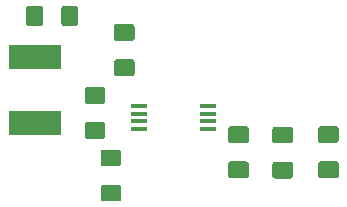
<source format=gbr>
G04 #@! TF.GenerationSoftware,KiCad,Pcbnew,(5.1.0)-1*
G04 #@! TF.CreationDate,2020-01-06T22:37:38-04:00*
G04 #@! TF.ProjectId,main,6d61696e-2e6b-4696-9361-645f70636258,rev?*
G04 #@! TF.SameCoordinates,Original*
G04 #@! TF.FileFunction,Paste,Top*
G04 #@! TF.FilePolarity,Positive*
%FSLAX46Y46*%
G04 Gerber Fmt 4.6, Leading zero omitted, Abs format (unit mm)*
G04 Created by KiCad (PCBNEW (5.1.0)-1) date 2020-01-06 22:37:38*
%MOMM*%
%LPD*%
G04 APERTURE LIST*
%ADD10R,1.450000X0.450000*%
%ADD11C,0.100000*%
%ADD12C,1.425000*%
%ADD13R,4.500000X2.000000*%
G04 APERTURE END LIST*
D10*
X143252400Y-76012400D03*
X143252400Y-76662400D03*
X143252400Y-77312400D03*
X143252400Y-77962400D03*
X149152400Y-77962400D03*
X149152400Y-77312400D03*
X149152400Y-76662400D03*
X149152400Y-76012400D03*
D11*
G36*
X140197104Y-74393304D02*
G01*
X140221373Y-74396904D01*
X140245171Y-74402865D01*
X140268271Y-74411130D01*
X140290449Y-74421620D01*
X140311493Y-74434233D01*
X140331198Y-74448847D01*
X140349377Y-74465323D01*
X140365853Y-74483502D01*
X140380467Y-74503207D01*
X140393080Y-74524251D01*
X140403570Y-74546429D01*
X140411835Y-74569529D01*
X140417796Y-74593327D01*
X140421396Y-74617596D01*
X140422600Y-74642100D01*
X140422600Y-75567100D01*
X140421396Y-75591604D01*
X140417796Y-75615873D01*
X140411835Y-75639671D01*
X140403570Y-75662771D01*
X140393080Y-75684949D01*
X140380467Y-75705993D01*
X140365853Y-75725698D01*
X140349377Y-75743877D01*
X140331198Y-75760353D01*
X140311493Y-75774967D01*
X140290449Y-75787580D01*
X140268271Y-75798070D01*
X140245171Y-75806335D01*
X140221373Y-75812296D01*
X140197104Y-75815896D01*
X140172600Y-75817100D01*
X138922600Y-75817100D01*
X138898096Y-75815896D01*
X138873827Y-75812296D01*
X138850029Y-75806335D01*
X138826929Y-75798070D01*
X138804751Y-75787580D01*
X138783707Y-75774967D01*
X138764002Y-75760353D01*
X138745823Y-75743877D01*
X138729347Y-75725698D01*
X138714733Y-75705993D01*
X138702120Y-75684949D01*
X138691630Y-75662771D01*
X138683365Y-75639671D01*
X138677404Y-75615873D01*
X138673804Y-75591604D01*
X138672600Y-75567100D01*
X138672600Y-74642100D01*
X138673804Y-74617596D01*
X138677404Y-74593327D01*
X138683365Y-74569529D01*
X138691630Y-74546429D01*
X138702120Y-74524251D01*
X138714733Y-74503207D01*
X138729347Y-74483502D01*
X138745823Y-74465323D01*
X138764002Y-74448847D01*
X138783707Y-74434233D01*
X138804751Y-74421620D01*
X138826929Y-74411130D01*
X138850029Y-74402865D01*
X138873827Y-74396904D01*
X138898096Y-74393304D01*
X138922600Y-74392100D01*
X140172600Y-74392100D01*
X140197104Y-74393304D01*
X140197104Y-74393304D01*
G37*
D12*
X139547600Y-75104600D03*
D11*
G36*
X140197104Y-77368304D02*
G01*
X140221373Y-77371904D01*
X140245171Y-77377865D01*
X140268271Y-77386130D01*
X140290449Y-77396620D01*
X140311493Y-77409233D01*
X140331198Y-77423847D01*
X140349377Y-77440323D01*
X140365853Y-77458502D01*
X140380467Y-77478207D01*
X140393080Y-77499251D01*
X140403570Y-77521429D01*
X140411835Y-77544529D01*
X140417796Y-77568327D01*
X140421396Y-77592596D01*
X140422600Y-77617100D01*
X140422600Y-78542100D01*
X140421396Y-78566604D01*
X140417796Y-78590873D01*
X140411835Y-78614671D01*
X140403570Y-78637771D01*
X140393080Y-78659949D01*
X140380467Y-78680993D01*
X140365853Y-78700698D01*
X140349377Y-78718877D01*
X140331198Y-78735353D01*
X140311493Y-78749967D01*
X140290449Y-78762580D01*
X140268271Y-78773070D01*
X140245171Y-78781335D01*
X140221373Y-78787296D01*
X140197104Y-78790896D01*
X140172600Y-78792100D01*
X138922600Y-78792100D01*
X138898096Y-78790896D01*
X138873827Y-78787296D01*
X138850029Y-78781335D01*
X138826929Y-78773070D01*
X138804751Y-78762580D01*
X138783707Y-78749967D01*
X138764002Y-78735353D01*
X138745823Y-78718877D01*
X138729347Y-78700698D01*
X138714733Y-78680993D01*
X138702120Y-78659949D01*
X138691630Y-78637771D01*
X138683365Y-78614671D01*
X138677404Y-78590873D01*
X138673804Y-78566604D01*
X138672600Y-78542100D01*
X138672600Y-77617100D01*
X138673804Y-77592596D01*
X138677404Y-77568327D01*
X138683365Y-77544529D01*
X138691630Y-77521429D01*
X138702120Y-77499251D01*
X138714733Y-77478207D01*
X138729347Y-77458502D01*
X138745823Y-77440323D01*
X138764002Y-77423847D01*
X138783707Y-77409233D01*
X138804751Y-77396620D01*
X138826929Y-77386130D01*
X138850029Y-77377865D01*
X138873827Y-77371904D01*
X138898096Y-77368304D01*
X138922600Y-77367100D01*
X140172600Y-77367100D01*
X140197104Y-77368304D01*
X140197104Y-77368304D01*
G37*
D12*
X139547600Y-78079600D03*
D11*
G36*
X142686304Y-69073604D02*
G01*
X142710573Y-69077204D01*
X142734371Y-69083165D01*
X142757471Y-69091430D01*
X142779649Y-69101920D01*
X142800693Y-69114533D01*
X142820398Y-69129147D01*
X142838577Y-69145623D01*
X142855053Y-69163802D01*
X142869667Y-69183507D01*
X142882280Y-69204551D01*
X142892770Y-69226729D01*
X142901035Y-69249829D01*
X142906996Y-69273627D01*
X142910596Y-69297896D01*
X142911800Y-69322400D01*
X142911800Y-70247400D01*
X142910596Y-70271904D01*
X142906996Y-70296173D01*
X142901035Y-70319971D01*
X142892770Y-70343071D01*
X142882280Y-70365249D01*
X142869667Y-70386293D01*
X142855053Y-70405998D01*
X142838577Y-70424177D01*
X142820398Y-70440653D01*
X142800693Y-70455267D01*
X142779649Y-70467880D01*
X142757471Y-70478370D01*
X142734371Y-70486635D01*
X142710573Y-70492596D01*
X142686304Y-70496196D01*
X142661800Y-70497400D01*
X141411800Y-70497400D01*
X141387296Y-70496196D01*
X141363027Y-70492596D01*
X141339229Y-70486635D01*
X141316129Y-70478370D01*
X141293951Y-70467880D01*
X141272907Y-70455267D01*
X141253202Y-70440653D01*
X141235023Y-70424177D01*
X141218547Y-70405998D01*
X141203933Y-70386293D01*
X141191320Y-70365249D01*
X141180830Y-70343071D01*
X141172565Y-70319971D01*
X141166604Y-70296173D01*
X141163004Y-70271904D01*
X141161800Y-70247400D01*
X141161800Y-69322400D01*
X141163004Y-69297896D01*
X141166604Y-69273627D01*
X141172565Y-69249829D01*
X141180830Y-69226729D01*
X141191320Y-69204551D01*
X141203933Y-69183507D01*
X141218547Y-69163802D01*
X141235023Y-69145623D01*
X141253202Y-69129147D01*
X141272907Y-69114533D01*
X141293951Y-69101920D01*
X141316129Y-69091430D01*
X141339229Y-69083165D01*
X141363027Y-69077204D01*
X141387296Y-69073604D01*
X141411800Y-69072400D01*
X142661800Y-69072400D01*
X142686304Y-69073604D01*
X142686304Y-69073604D01*
G37*
D12*
X142036800Y-69784900D03*
D11*
G36*
X142686304Y-72048604D02*
G01*
X142710573Y-72052204D01*
X142734371Y-72058165D01*
X142757471Y-72066430D01*
X142779649Y-72076920D01*
X142800693Y-72089533D01*
X142820398Y-72104147D01*
X142838577Y-72120623D01*
X142855053Y-72138802D01*
X142869667Y-72158507D01*
X142882280Y-72179551D01*
X142892770Y-72201729D01*
X142901035Y-72224829D01*
X142906996Y-72248627D01*
X142910596Y-72272896D01*
X142911800Y-72297400D01*
X142911800Y-73222400D01*
X142910596Y-73246904D01*
X142906996Y-73271173D01*
X142901035Y-73294971D01*
X142892770Y-73318071D01*
X142882280Y-73340249D01*
X142869667Y-73361293D01*
X142855053Y-73380998D01*
X142838577Y-73399177D01*
X142820398Y-73415653D01*
X142800693Y-73430267D01*
X142779649Y-73442880D01*
X142757471Y-73453370D01*
X142734371Y-73461635D01*
X142710573Y-73467596D01*
X142686304Y-73471196D01*
X142661800Y-73472400D01*
X141411800Y-73472400D01*
X141387296Y-73471196D01*
X141363027Y-73467596D01*
X141339229Y-73461635D01*
X141316129Y-73453370D01*
X141293951Y-73442880D01*
X141272907Y-73430267D01*
X141253202Y-73415653D01*
X141235023Y-73399177D01*
X141218547Y-73380998D01*
X141203933Y-73361293D01*
X141191320Y-73340249D01*
X141180830Y-73318071D01*
X141172565Y-73294971D01*
X141166604Y-73271173D01*
X141163004Y-73246904D01*
X141161800Y-73222400D01*
X141161800Y-72297400D01*
X141163004Y-72272896D01*
X141166604Y-72248627D01*
X141172565Y-72224829D01*
X141180830Y-72201729D01*
X141191320Y-72179551D01*
X141203933Y-72158507D01*
X141218547Y-72138802D01*
X141235023Y-72120623D01*
X141253202Y-72104147D01*
X141272907Y-72089533D01*
X141293951Y-72076920D01*
X141316129Y-72066430D01*
X141339229Y-72058165D01*
X141363027Y-72052204D01*
X141387296Y-72048604D01*
X141411800Y-72047400D01*
X142661800Y-72047400D01*
X142686304Y-72048604D01*
X142686304Y-72048604D01*
G37*
D12*
X142036800Y-72759900D03*
D11*
G36*
X152351004Y-80695704D02*
G01*
X152375273Y-80699304D01*
X152399071Y-80705265D01*
X152422171Y-80713530D01*
X152444349Y-80724020D01*
X152465393Y-80736633D01*
X152485098Y-80751247D01*
X152503277Y-80767723D01*
X152519753Y-80785902D01*
X152534367Y-80805607D01*
X152546980Y-80826651D01*
X152557470Y-80848829D01*
X152565735Y-80871929D01*
X152571696Y-80895727D01*
X152575296Y-80919996D01*
X152576500Y-80944500D01*
X152576500Y-81869500D01*
X152575296Y-81894004D01*
X152571696Y-81918273D01*
X152565735Y-81942071D01*
X152557470Y-81965171D01*
X152546980Y-81987349D01*
X152534367Y-82008393D01*
X152519753Y-82028098D01*
X152503277Y-82046277D01*
X152485098Y-82062753D01*
X152465393Y-82077367D01*
X152444349Y-82089980D01*
X152422171Y-82100470D01*
X152399071Y-82108735D01*
X152375273Y-82114696D01*
X152351004Y-82118296D01*
X152326500Y-82119500D01*
X151076500Y-82119500D01*
X151051996Y-82118296D01*
X151027727Y-82114696D01*
X151003929Y-82108735D01*
X150980829Y-82100470D01*
X150958651Y-82089980D01*
X150937607Y-82077367D01*
X150917902Y-82062753D01*
X150899723Y-82046277D01*
X150883247Y-82028098D01*
X150868633Y-82008393D01*
X150856020Y-81987349D01*
X150845530Y-81965171D01*
X150837265Y-81942071D01*
X150831304Y-81918273D01*
X150827704Y-81894004D01*
X150826500Y-81869500D01*
X150826500Y-80944500D01*
X150827704Y-80919996D01*
X150831304Y-80895727D01*
X150837265Y-80871929D01*
X150845530Y-80848829D01*
X150856020Y-80826651D01*
X150868633Y-80805607D01*
X150883247Y-80785902D01*
X150899723Y-80767723D01*
X150917902Y-80751247D01*
X150937607Y-80736633D01*
X150958651Y-80724020D01*
X150980829Y-80713530D01*
X151003929Y-80705265D01*
X151027727Y-80699304D01*
X151051996Y-80695704D01*
X151076500Y-80694500D01*
X152326500Y-80694500D01*
X152351004Y-80695704D01*
X152351004Y-80695704D01*
G37*
D12*
X151701500Y-81407000D03*
D11*
G36*
X152351004Y-77720704D02*
G01*
X152375273Y-77724304D01*
X152399071Y-77730265D01*
X152422171Y-77738530D01*
X152444349Y-77749020D01*
X152465393Y-77761633D01*
X152485098Y-77776247D01*
X152503277Y-77792723D01*
X152519753Y-77810902D01*
X152534367Y-77830607D01*
X152546980Y-77851651D01*
X152557470Y-77873829D01*
X152565735Y-77896929D01*
X152571696Y-77920727D01*
X152575296Y-77944996D01*
X152576500Y-77969500D01*
X152576500Y-78894500D01*
X152575296Y-78919004D01*
X152571696Y-78943273D01*
X152565735Y-78967071D01*
X152557470Y-78990171D01*
X152546980Y-79012349D01*
X152534367Y-79033393D01*
X152519753Y-79053098D01*
X152503277Y-79071277D01*
X152485098Y-79087753D01*
X152465393Y-79102367D01*
X152444349Y-79114980D01*
X152422171Y-79125470D01*
X152399071Y-79133735D01*
X152375273Y-79139696D01*
X152351004Y-79143296D01*
X152326500Y-79144500D01*
X151076500Y-79144500D01*
X151051996Y-79143296D01*
X151027727Y-79139696D01*
X151003929Y-79133735D01*
X150980829Y-79125470D01*
X150958651Y-79114980D01*
X150937607Y-79102367D01*
X150917902Y-79087753D01*
X150899723Y-79071277D01*
X150883247Y-79053098D01*
X150868633Y-79033393D01*
X150856020Y-79012349D01*
X150845530Y-78990171D01*
X150837265Y-78967071D01*
X150831304Y-78943273D01*
X150827704Y-78919004D01*
X150826500Y-78894500D01*
X150826500Y-77969500D01*
X150827704Y-77944996D01*
X150831304Y-77920727D01*
X150837265Y-77896929D01*
X150845530Y-77873829D01*
X150856020Y-77851651D01*
X150868633Y-77830607D01*
X150883247Y-77810902D01*
X150899723Y-77792723D01*
X150917902Y-77776247D01*
X150937607Y-77761633D01*
X150958651Y-77749020D01*
X150980829Y-77738530D01*
X151003929Y-77730265D01*
X151027727Y-77724304D01*
X151051996Y-77720704D01*
X151076500Y-77719500D01*
X152326500Y-77719500D01*
X152351004Y-77720704D01*
X152351004Y-77720704D01*
G37*
D12*
X151701500Y-78432000D03*
D11*
G36*
X141556004Y-79689204D02*
G01*
X141580273Y-79692804D01*
X141604071Y-79698765D01*
X141627171Y-79707030D01*
X141649349Y-79717520D01*
X141670393Y-79730133D01*
X141690098Y-79744747D01*
X141708277Y-79761223D01*
X141724753Y-79779402D01*
X141739367Y-79799107D01*
X141751980Y-79820151D01*
X141762470Y-79842329D01*
X141770735Y-79865429D01*
X141776696Y-79889227D01*
X141780296Y-79913496D01*
X141781500Y-79938000D01*
X141781500Y-80863000D01*
X141780296Y-80887504D01*
X141776696Y-80911773D01*
X141770735Y-80935571D01*
X141762470Y-80958671D01*
X141751980Y-80980849D01*
X141739367Y-81001893D01*
X141724753Y-81021598D01*
X141708277Y-81039777D01*
X141690098Y-81056253D01*
X141670393Y-81070867D01*
X141649349Y-81083480D01*
X141627171Y-81093970D01*
X141604071Y-81102235D01*
X141580273Y-81108196D01*
X141556004Y-81111796D01*
X141531500Y-81113000D01*
X140281500Y-81113000D01*
X140256996Y-81111796D01*
X140232727Y-81108196D01*
X140208929Y-81102235D01*
X140185829Y-81093970D01*
X140163651Y-81083480D01*
X140142607Y-81070867D01*
X140122902Y-81056253D01*
X140104723Y-81039777D01*
X140088247Y-81021598D01*
X140073633Y-81001893D01*
X140061020Y-80980849D01*
X140050530Y-80958671D01*
X140042265Y-80935571D01*
X140036304Y-80911773D01*
X140032704Y-80887504D01*
X140031500Y-80863000D01*
X140031500Y-79938000D01*
X140032704Y-79913496D01*
X140036304Y-79889227D01*
X140042265Y-79865429D01*
X140050530Y-79842329D01*
X140061020Y-79820151D01*
X140073633Y-79799107D01*
X140088247Y-79779402D01*
X140104723Y-79761223D01*
X140122902Y-79744747D01*
X140142607Y-79730133D01*
X140163651Y-79717520D01*
X140185829Y-79707030D01*
X140208929Y-79698765D01*
X140232727Y-79692804D01*
X140256996Y-79689204D01*
X140281500Y-79688000D01*
X141531500Y-79688000D01*
X141556004Y-79689204D01*
X141556004Y-79689204D01*
G37*
D12*
X140906500Y-80400500D03*
D11*
G36*
X141556004Y-82664204D02*
G01*
X141580273Y-82667804D01*
X141604071Y-82673765D01*
X141627171Y-82682030D01*
X141649349Y-82692520D01*
X141670393Y-82705133D01*
X141690098Y-82719747D01*
X141708277Y-82736223D01*
X141724753Y-82754402D01*
X141739367Y-82774107D01*
X141751980Y-82795151D01*
X141762470Y-82817329D01*
X141770735Y-82840429D01*
X141776696Y-82864227D01*
X141780296Y-82888496D01*
X141781500Y-82913000D01*
X141781500Y-83838000D01*
X141780296Y-83862504D01*
X141776696Y-83886773D01*
X141770735Y-83910571D01*
X141762470Y-83933671D01*
X141751980Y-83955849D01*
X141739367Y-83976893D01*
X141724753Y-83996598D01*
X141708277Y-84014777D01*
X141690098Y-84031253D01*
X141670393Y-84045867D01*
X141649349Y-84058480D01*
X141627171Y-84068970D01*
X141604071Y-84077235D01*
X141580273Y-84083196D01*
X141556004Y-84086796D01*
X141531500Y-84088000D01*
X140281500Y-84088000D01*
X140256996Y-84086796D01*
X140232727Y-84083196D01*
X140208929Y-84077235D01*
X140185829Y-84068970D01*
X140163651Y-84058480D01*
X140142607Y-84045867D01*
X140122902Y-84031253D01*
X140104723Y-84014777D01*
X140088247Y-83996598D01*
X140073633Y-83976893D01*
X140061020Y-83955849D01*
X140050530Y-83933671D01*
X140042265Y-83910571D01*
X140036304Y-83886773D01*
X140032704Y-83862504D01*
X140031500Y-83838000D01*
X140031500Y-82913000D01*
X140032704Y-82888496D01*
X140036304Y-82864227D01*
X140042265Y-82840429D01*
X140050530Y-82817329D01*
X140061020Y-82795151D01*
X140073633Y-82774107D01*
X140088247Y-82754402D01*
X140104723Y-82736223D01*
X140122902Y-82719747D01*
X140142607Y-82705133D01*
X140163651Y-82692520D01*
X140185829Y-82682030D01*
X140208929Y-82673765D01*
X140232727Y-82667804D01*
X140256996Y-82664204D01*
X140281500Y-82663000D01*
X141531500Y-82663000D01*
X141556004Y-82664204D01*
X141556004Y-82664204D01*
G37*
D12*
X140906500Y-83375500D03*
D13*
X134467600Y-71882000D03*
X134467600Y-77482000D03*
D11*
G36*
X137915304Y-67503004D02*
G01*
X137939573Y-67506604D01*
X137963371Y-67512565D01*
X137986471Y-67520830D01*
X138008649Y-67531320D01*
X138029693Y-67543933D01*
X138049398Y-67558547D01*
X138067577Y-67575023D01*
X138084053Y-67593202D01*
X138098667Y-67612907D01*
X138111280Y-67633951D01*
X138121770Y-67656129D01*
X138130035Y-67679229D01*
X138135996Y-67703027D01*
X138139596Y-67727296D01*
X138140800Y-67751800D01*
X138140800Y-69001800D01*
X138139596Y-69026304D01*
X138135996Y-69050573D01*
X138130035Y-69074371D01*
X138121770Y-69097471D01*
X138111280Y-69119649D01*
X138098667Y-69140693D01*
X138084053Y-69160398D01*
X138067577Y-69178577D01*
X138049398Y-69195053D01*
X138029693Y-69209667D01*
X138008649Y-69222280D01*
X137986471Y-69232770D01*
X137963371Y-69241035D01*
X137939573Y-69246996D01*
X137915304Y-69250596D01*
X137890800Y-69251800D01*
X136965800Y-69251800D01*
X136941296Y-69250596D01*
X136917027Y-69246996D01*
X136893229Y-69241035D01*
X136870129Y-69232770D01*
X136847951Y-69222280D01*
X136826907Y-69209667D01*
X136807202Y-69195053D01*
X136789023Y-69178577D01*
X136772547Y-69160398D01*
X136757933Y-69140693D01*
X136745320Y-69119649D01*
X136734830Y-69097471D01*
X136726565Y-69074371D01*
X136720604Y-69050573D01*
X136717004Y-69026304D01*
X136715800Y-69001800D01*
X136715800Y-67751800D01*
X136717004Y-67727296D01*
X136720604Y-67703027D01*
X136726565Y-67679229D01*
X136734830Y-67656129D01*
X136745320Y-67633951D01*
X136757933Y-67612907D01*
X136772547Y-67593202D01*
X136789023Y-67575023D01*
X136807202Y-67558547D01*
X136826907Y-67543933D01*
X136847951Y-67531320D01*
X136870129Y-67520830D01*
X136893229Y-67512565D01*
X136917027Y-67506604D01*
X136941296Y-67503004D01*
X136965800Y-67501800D01*
X137890800Y-67501800D01*
X137915304Y-67503004D01*
X137915304Y-67503004D01*
G37*
D12*
X137428300Y-68376800D03*
D11*
G36*
X134940304Y-67503004D02*
G01*
X134964573Y-67506604D01*
X134988371Y-67512565D01*
X135011471Y-67520830D01*
X135033649Y-67531320D01*
X135054693Y-67543933D01*
X135074398Y-67558547D01*
X135092577Y-67575023D01*
X135109053Y-67593202D01*
X135123667Y-67612907D01*
X135136280Y-67633951D01*
X135146770Y-67656129D01*
X135155035Y-67679229D01*
X135160996Y-67703027D01*
X135164596Y-67727296D01*
X135165800Y-67751800D01*
X135165800Y-69001800D01*
X135164596Y-69026304D01*
X135160996Y-69050573D01*
X135155035Y-69074371D01*
X135146770Y-69097471D01*
X135136280Y-69119649D01*
X135123667Y-69140693D01*
X135109053Y-69160398D01*
X135092577Y-69178577D01*
X135074398Y-69195053D01*
X135054693Y-69209667D01*
X135033649Y-69222280D01*
X135011471Y-69232770D01*
X134988371Y-69241035D01*
X134964573Y-69246996D01*
X134940304Y-69250596D01*
X134915800Y-69251800D01*
X133990800Y-69251800D01*
X133966296Y-69250596D01*
X133942027Y-69246996D01*
X133918229Y-69241035D01*
X133895129Y-69232770D01*
X133872951Y-69222280D01*
X133851907Y-69209667D01*
X133832202Y-69195053D01*
X133814023Y-69178577D01*
X133797547Y-69160398D01*
X133782933Y-69140693D01*
X133770320Y-69119649D01*
X133759830Y-69097471D01*
X133751565Y-69074371D01*
X133745604Y-69050573D01*
X133742004Y-69026304D01*
X133740800Y-69001800D01*
X133740800Y-67751800D01*
X133742004Y-67727296D01*
X133745604Y-67703027D01*
X133751565Y-67679229D01*
X133759830Y-67656129D01*
X133770320Y-67633951D01*
X133782933Y-67612907D01*
X133797547Y-67593202D01*
X133814023Y-67575023D01*
X133832202Y-67558547D01*
X133851907Y-67543933D01*
X133872951Y-67531320D01*
X133895129Y-67520830D01*
X133918229Y-67512565D01*
X133942027Y-67506604D01*
X133966296Y-67503004D01*
X133990800Y-67501800D01*
X134915800Y-67501800D01*
X134940304Y-67503004D01*
X134940304Y-67503004D01*
G37*
D12*
X134453300Y-68376800D03*
D11*
G36*
X159971004Y-80686204D02*
G01*
X159995273Y-80689804D01*
X160019071Y-80695765D01*
X160042171Y-80704030D01*
X160064349Y-80714520D01*
X160085393Y-80727133D01*
X160105098Y-80741747D01*
X160123277Y-80758223D01*
X160139753Y-80776402D01*
X160154367Y-80796107D01*
X160166980Y-80817151D01*
X160177470Y-80839329D01*
X160185735Y-80862429D01*
X160191696Y-80886227D01*
X160195296Y-80910496D01*
X160196500Y-80935000D01*
X160196500Y-81860000D01*
X160195296Y-81884504D01*
X160191696Y-81908773D01*
X160185735Y-81932571D01*
X160177470Y-81955671D01*
X160166980Y-81977849D01*
X160154367Y-81998893D01*
X160139753Y-82018598D01*
X160123277Y-82036777D01*
X160105098Y-82053253D01*
X160085393Y-82067867D01*
X160064349Y-82080480D01*
X160042171Y-82090970D01*
X160019071Y-82099235D01*
X159995273Y-82105196D01*
X159971004Y-82108796D01*
X159946500Y-82110000D01*
X158696500Y-82110000D01*
X158671996Y-82108796D01*
X158647727Y-82105196D01*
X158623929Y-82099235D01*
X158600829Y-82090970D01*
X158578651Y-82080480D01*
X158557607Y-82067867D01*
X158537902Y-82053253D01*
X158519723Y-82036777D01*
X158503247Y-82018598D01*
X158488633Y-81998893D01*
X158476020Y-81977849D01*
X158465530Y-81955671D01*
X158457265Y-81932571D01*
X158451304Y-81908773D01*
X158447704Y-81884504D01*
X158446500Y-81860000D01*
X158446500Y-80935000D01*
X158447704Y-80910496D01*
X158451304Y-80886227D01*
X158457265Y-80862429D01*
X158465530Y-80839329D01*
X158476020Y-80817151D01*
X158488633Y-80796107D01*
X158503247Y-80776402D01*
X158519723Y-80758223D01*
X158537902Y-80741747D01*
X158557607Y-80727133D01*
X158578651Y-80714520D01*
X158600829Y-80704030D01*
X158623929Y-80695765D01*
X158647727Y-80689804D01*
X158671996Y-80686204D01*
X158696500Y-80685000D01*
X159946500Y-80685000D01*
X159971004Y-80686204D01*
X159971004Y-80686204D01*
G37*
D12*
X159321500Y-81397500D03*
D11*
G36*
X159971004Y-77711204D02*
G01*
X159995273Y-77714804D01*
X160019071Y-77720765D01*
X160042171Y-77729030D01*
X160064349Y-77739520D01*
X160085393Y-77752133D01*
X160105098Y-77766747D01*
X160123277Y-77783223D01*
X160139753Y-77801402D01*
X160154367Y-77821107D01*
X160166980Y-77842151D01*
X160177470Y-77864329D01*
X160185735Y-77887429D01*
X160191696Y-77911227D01*
X160195296Y-77935496D01*
X160196500Y-77960000D01*
X160196500Y-78885000D01*
X160195296Y-78909504D01*
X160191696Y-78933773D01*
X160185735Y-78957571D01*
X160177470Y-78980671D01*
X160166980Y-79002849D01*
X160154367Y-79023893D01*
X160139753Y-79043598D01*
X160123277Y-79061777D01*
X160105098Y-79078253D01*
X160085393Y-79092867D01*
X160064349Y-79105480D01*
X160042171Y-79115970D01*
X160019071Y-79124235D01*
X159995273Y-79130196D01*
X159971004Y-79133796D01*
X159946500Y-79135000D01*
X158696500Y-79135000D01*
X158671996Y-79133796D01*
X158647727Y-79130196D01*
X158623929Y-79124235D01*
X158600829Y-79115970D01*
X158578651Y-79105480D01*
X158557607Y-79092867D01*
X158537902Y-79078253D01*
X158519723Y-79061777D01*
X158503247Y-79043598D01*
X158488633Y-79023893D01*
X158476020Y-79002849D01*
X158465530Y-78980671D01*
X158457265Y-78957571D01*
X158451304Y-78933773D01*
X158447704Y-78909504D01*
X158446500Y-78885000D01*
X158446500Y-77960000D01*
X158447704Y-77935496D01*
X158451304Y-77911227D01*
X158457265Y-77887429D01*
X158465530Y-77864329D01*
X158476020Y-77842151D01*
X158488633Y-77821107D01*
X158503247Y-77801402D01*
X158519723Y-77783223D01*
X158537902Y-77766747D01*
X158557607Y-77752133D01*
X158578651Y-77739520D01*
X158600829Y-77729030D01*
X158623929Y-77720765D01*
X158647727Y-77714804D01*
X158671996Y-77711204D01*
X158696500Y-77710000D01*
X159946500Y-77710000D01*
X159971004Y-77711204D01*
X159971004Y-77711204D01*
G37*
D12*
X159321500Y-78422500D03*
D11*
G36*
X156097504Y-80722704D02*
G01*
X156121773Y-80726304D01*
X156145571Y-80732265D01*
X156168671Y-80740530D01*
X156190849Y-80751020D01*
X156211893Y-80763633D01*
X156231598Y-80778247D01*
X156249777Y-80794723D01*
X156266253Y-80812902D01*
X156280867Y-80832607D01*
X156293480Y-80853651D01*
X156303970Y-80875829D01*
X156312235Y-80898929D01*
X156318196Y-80922727D01*
X156321796Y-80946996D01*
X156323000Y-80971500D01*
X156323000Y-81896500D01*
X156321796Y-81921004D01*
X156318196Y-81945273D01*
X156312235Y-81969071D01*
X156303970Y-81992171D01*
X156293480Y-82014349D01*
X156280867Y-82035393D01*
X156266253Y-82055098D01*
X156249777Y-82073277D01*
X156231598Y-82089753D01*
X156211893Y-82104367D01*
X156190849Y-82116980D01*
X156168671Y-82127470D01*
X156145571Y-82135735D01*
X156121773Y-82141696D01*
X156097504Y-82145296D01*
X156073000Y-82146500D01*
X154823000Y-82146500D01*
X154798496Y-82145296D01*
X154774227Y-82141696D01*
X154750429Y-82135735D01*
X154727329Y-82127470D01*
X154705151Y-82116980D01*
X154684107Y-82104367D01*
X154664402Y-82089753D01*
X154646223Y-82073277D01*
X154629747Y-82055098D01*
X154615133Y-82035393D01*
X154602520Y-82014349D01*
X154592030Y-81992171D01*
X154583765Y-81969071D01*
X154577804Y-81945273D01*
X154574204Y-81921004D01*
X154573000Y-81896500D01*
X154573000Y-80971500D01*
X154574204Y-80946996D01*
X154577804Y-80922727D01*
X154583765Y-80898929D01*
X154592030Y-80875829D01*
X154602520Y-80853651D01*
X154615133Y-80832607D01*
X154629747Y-80812902D01*
X154646223Y-80794723D01*
X154664402Y-80778247D01*
X154684107Y-80763633D01*
X154705151Y-80751020D01*
X154727329Y-80740530D01*
X154750429Y-80732265D01*
X154774227Y-80726304D01*
X154798496Y-80722704D01*
X154823000Y-80721500D01*
X156073000Y-80721500D01*
X156097504Y-80722704D01*
X156097504Y-80722704D01*
G37*
D12*
X155448000Y-81434000D03*
D11*
G36*
X156097504Y-77747704D02*
G01*
X156121773Y-77751304D01*
X156145571Y-77757265D01*
X156168671Y-77765530D01*
X156190849Y-77776020D01*
X156211893Y-77788633D01*
X156231598Y-77803247D01*
X156249777Y-77819723D01*
X156266253Y-77837902D01*
X156280867Y-77857607D01*
X156293480Y-77878651D01*
X156303970Y-77900829D01*
X156312235Y-77923929D01*
X156318196Y-77947727D01*
X156321796Y-77971996D01*
X156323000Y-77996500D01*
X156323000Y-78921500D01*
X156321796Y-78946004D01*
X156318196Y-78970273D01*
X156312235Y-78994071D01*
X156303970Y-79017171D01*
X156293480Y-79039349D01*
X156280867Y-79060393D01*
X156266253Y-79080098D01*
X156249777Y-79098277D01*
X156231598Y-79114753D01*
X156211893Y-79129367D01*
X156190849Y-79141980D01*
X156168671Y-79152470D01*
X156145571Y-79160735D01*
X156121773Y-79166696D01*
X156097504Y-79170296D01*
X156073000Y-79171500D01*
X154823000Y-79171500D01*
X154798496Y-79170296D01*
X154774227Y-79166696D01*
X154750429Y-79160735D01*
X154727329Y-79152470D01*
X154705151Y-79141980D01*
X154684107Y-79129367D01*
X154664402Y-79114753D01*
X154646223Y-79098277D01*
X154629747Y-79080098D01*
X154615133Y-79060393D01*
X154602520Y-79039349D01*
X154592030Y-79017171D01*
X154583765Y-78994071D01*
X154577804Y-78970273D01*
X154574204Y-78946004D01*
X154573000Y-78921500D01*
X154573000Y-77996500D01*
X154574204Y-77971996D01*
X154577804Y-77947727D01*
X154583765Y-77923929D01*
X154592030Y-77900829D01*
X154602520Y-77878651D01*
X154615133Y-77857607D01*
X154629747Y-77837902D01*
X154646223Y-77819723D01*
X154664402Y-77803247D01*
X154684107Y-77788633D01*
X154705151Y-77776020D01*
X154727329Y-77765530D01*
X154750429Y-77757265D01*
X154774227Y-77751304D01*
X154798496Y-77747704D01*
X154823000Y-77746500D01*
X156073000Y-77746500D01*
X156097504Y-77747704D01*
X156097504Y-77747704D01*
G37*
D12*
X155448000Y-78459000D03*
M02*

</source>
